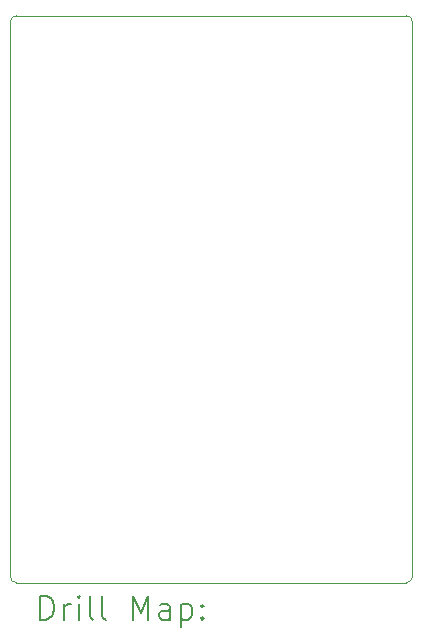
<source format=gbr>
%TF.GenerationSoftware,KiCad,Pcbnew,6.0.7-f9a2dced07~116~ubuntu20.04.1*%
%TF.CreationDate,2022-09-12T22:12:58+02:00*%
%TF.ProjectId,han_to_wifi_board,68616e5f-746f-45f7-9769-66695f626f61,rev?*%
%TF.SameCoordinates,Original*%
%TF.FileFunction,Drillmap*%
%TF.FilePolarity,Positive*%
%FSLAX45Y45*%
G04 Gerber Fmt 4.5, Leading zero omitted, Abs format (unit mm)*
G04 Created by KiCad (PCBNEW 6.0.7-f9a2dced07~116~ubuntu20.04.1) date 2022-09-12 22:12:58*
%MOMM*%
%LPD*%
G01*
G04 APERTURE LIST*
%ADD10C,0.050000*%
%ADD11C,0.200000*%
G04 APERTURE END LIST*
D10*
X14884400Y-2463800D02*
X11582400Y-2463800D01*
X11582400Y-7264400D02*
X14884400Y-7264400D01*
X11531600Y-2514600D02*
X11531600Y-7213600D01*
X11531600Y-7213600D02*
G75*
G03*
X11582400Y-7264400I50800J0D01*
G01*
X14884400Y-7264400D02*
G75*
G03*
X14935200Y-7213600I0J50800D01*
G01*
X14935200Y-7213600D02*
X14935200Y-2514600D01*
X11582400Y-2463800D02*
G75*
G03*
X11531600Y-2514600I0J-50800D01*
G01*
X14935200Y-2514600D02*
G75*
G03*
X14884400Y-2463800I-50800J0D01*
G01*
D11*
X11786719Y-7577376D02*
X11786719Y-7377376D01*
X11834338Y-7377376D01*
X11862909Y-7386900D01*
X11881957Y-7405948D01*
X11891481Y-7424995D01*
X11901005Y-7463090D01*
X11901005Y-7491662D01*
X11891481Y-7529757D01*
X11881957Y-7548805D01*
X11862909Y-7567852D01*
X11834338Y-7577376D01*
X11786719Y-7577376D01*
X11986719Y-7577376D02*
X11986719Y-7444043D01*
X11986719Y-7482138D02*
X11996243Y-7463090D01*
X12005767Y-7453567D01*
X12024814Y-7444043D01*
X12043862Y-7444043D01*
X12110528Y-7577376D02*
X12110528Y-7444043D01*
X12110528Y-7377376D02*
X12101005Y-7386900D01*
X12110528Y-7396424D01*
X12120052Y-7386900D01*
X12110528Y-7377376D01*
X12110528Y-7396424D01*
X12234338Y-7577376D02*
X12215290Y-7567852D01*
X12205767Y-7548805D01*
X12205767Y-7377376D01*
X12339100Y-7577376D02*
X12320052Y-7567852D01*
X12310528Y-7548805D01*
X12310528Y-7377376D01*
X12567671Y-7577376D02*
X12567671Y-7377376D01*
X12634338Y-7520233D01*
X12701005Y-7377376D01*
X12701005Y-7577376D01*
X12881957Y-7577376D02*
X12881957Y-7472614D01*
X12872433Y-7453567D01*
X12853386Y-7444043D01*
X12815290Y-7444043D01*
X12796243Y-7453567D01*
X12881957Y-7567852D02*
X12862909Y-7577376D01*
X12815290Y-7577376D01*
X12796243Y-7567852D01*
X12786719Y-7548805D01*
X12786719Y-7529757D01*
X12796243Y-7510709D01*
X12815290Y-7501186D01*
X12862909Y-7501186D01*
X12881957Y-7491662D01*
X12977195Y-7444043D02*
X12977195Y-7644043D01*
X12977195Y-7453567D02*
X12996243Y-7444043D01*
X13034338Y-7444043D01*
X13053386Y-7453567D01*
X13062909Y-7463090D01*
X13072433Y-7482138D01*
X13072433Y-7539281D01*
X13062909Y-7558328D01*
X13053386Y-7567852D01*
X13034338Y-7577376D01*
X12996243Y-7577376D01*
X12977195Y-7567852D01*
X13158148Y-7558328D02*
X13167671Y-7567852D01*
X13158148Y-7577376D01*
X13148624Y-7567852D01*
X13158148Y-7558328D01*
X13158148Y-7577376D01*
X13158148Y-7453567D02*
X13167671Y-7463090D01*
X13158148Y-7472614D01*
X13148624Y-7463090D01*
X13158148Y-7453567D01*
X13158148Y-7472614D01*
M02*

</source>
